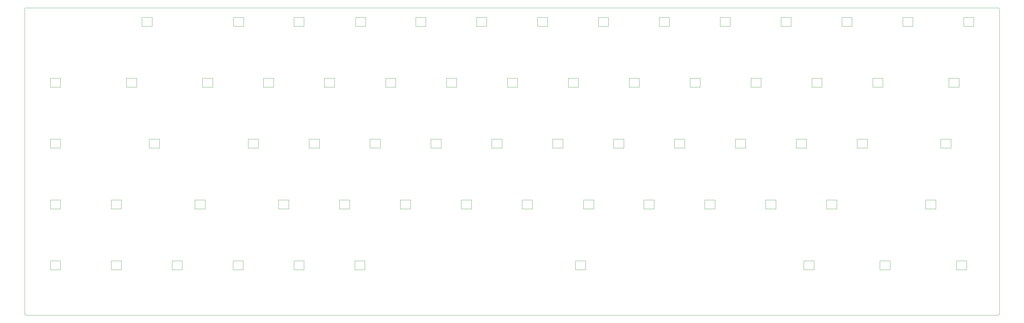
<source format=gbr>
%TF.GenerationSoftware,KiCad,Pcbnew,7.0.6*%
%TF.CreationDate,2024-03-18T14:57:41-04:00*%
%TF.ProjectId,Loadstar_70,4c6f6164-7374-4617-925f-37302e6b6963,rev?*%
%TF.SameCoordinates,Original*%
%TF.FileFunction,Profile,NP*%
%FSLAX46Y46*%
G04 Gerber Fmt 4.6, Leading zero omitted, Abs format (unit mm)*
G04 Created by KiCad (PCBNEW 7.0.6) date 2024-03-18 14:57:41*
%MOMM*%
%LPD*%
G01*
G04 APERTURE LIST*
%TA.AperFunction,Profile*%
%ADD10C,0.100000*%
%TD*%
%TA.AperFunction,Profile*%
%ADD11C,0.025400*%
%TD*%
G04 APERTURE END LIST*
D10*
X326360625Y-56965000D02*
X326360625Y-152165000D01*
X325860625Y-152665000D02*
X21860625Y-152665000D01*
X21860625Y-56465000D02*
X325860625Y-56465000D01*
X21360625Y-152165000D02*
X21360625Y-56965000D01*
X21860625Y-56465025D02*
G75*
G03*
X21360625Y-56965000I-25J-499975D01*
G01*
X325860625Y-152665025D02*
G75*
G03*
X326360625Y-152165000I-25J500025D01*
G01*
X326360600Y-56965000D02*
G75*
G03*
X325860625Y-56465000I-500000J0D01*
G01*
X21360600Y-152165000D02*
G75*
G03*
X21860625Y-152665000I500000J0D01*
G01*
D11*
%TO.C,LED25*%
X134292975Y-78501875D02*
X134292975Y-81295875D01*
X134292975Y-78501875D02*
X137493375Y-78501875D01*
X134292975Y-81295875D02*
X137493375Y-81295875D01*
X137493375Y-81295875D02*
X137493375Y-78501875D01*
%TO.C,LED54*%
X119884825Y-116601875D02*
X119884825Y-119395875D01*
X119884825Y-116601875D02*
X123085225Y-116601875D01*
X119884825Y-119395875D02*
X123085225Y-119395875D01*
X123085225Y-119395875D02*
X123085225Y-116601875D01*
%TO.C,LED40*%
X129409825Y-97551875D02*
X129409825Y-100345875D01*
X129409825Y-97551875D02*
X132610225Y-97551875D01*
X129409825Y-100345875D02*
X132610225Y-100345875D01*
X132610225Y-100345875D02*
X132610225Y-97551875D01*
%TO.C,LED18*%
X267642975Y-78501875D02*
X267642975Y-81295875D01*
X267642975Y-78501875D02*
X270843375Y-78501875D01*
X267642975Y-81295875D02*
X270843375Y-81295875D01*
X270843375Y-81295875D02*
X270843375Y-78501875D01*
%TO.C,LED8*%
X181797325Y-59451875D02*
X181797325Y-62245875D01*
X181797325Y-59451875D02*
X184997725Y-59451875D01*
X181797325Y-62245875D02*
X184997725Y-62245875D01*
X184997725Y-62245875D02*
X184997725Y-59451875D01*
%TO.C,LED11*%
X124901325Y-59451875D02*
X124901325Y-62245875D01*
X124901325Y-59451875D02*
X128101725Y-59451875D01*
X124901325Y-62245875D02*
X128101725Y-62245875D01*
X128101725Y-62245875D02*
X128101725Y-59451875D01*
%TO.C,LED30*%
X29397325Y-78501875D02*
X29397325Y-81295875D01*
X29397325Y-78501875D02*
X32597725Y-78501875D01*
X29397325Y-81295875D02*
X32597725Y-81295875D01*
X32597725Y-81295875D02*
X32597725Y-78501875D01*
%TO.C,LED42*%
X91309825Y-97551875D02*
X91309825Y-100345875D01*
X91309825Y-97551875D02*
X94510225Y-97551875D01*
X91309825Y-100345875D02*
X94510225Y-100345875D01*
X94510225Y-100345875D02*
X94510225Y-97551875D01*
%TO.C,LED17*%
X286692975Y-78501875D02*
X286692975Y-81295875D01*
X286692975Y-78501875D02*
X289893375Y-78501875D01*
X286692975Y-81295875D02*
X289893375Y-81295875D01*
X289893375Y-81295875D02*
X289893375Y-78501875D01*
%TO.C,LED65*%
X86547325Y-135651875D02*
X86547325Y-138445875D01*
X86547325Y-135651875D02*
X89747725Y-135651875D01*
X86547325Y-138445875D02*
X89747725Y-138445875D01*
X89747725Y-138445875D02*
X89747725Y-135651875D01*
%TO.C,LED56*%
X74641075Y-116601875D02*
X74641075Y-119395875D01*
X74641075Y-116601875D02*
X77841475Y-116601875D01*
X74641075Y-119395875D02*
X77841475Y-119395875D01*
X77841475Y-119395875D02*
X77841475Y-116601875D01*
%TO.C,LED23*%
X172392975Y-78501875D02*
X172392975Y-81295875D01*
X172392975Y-78501875D02*
X175593375Y-78501875D01*
X172392975Y-81295875D02*
X175593375Y-81295875D01*
X175593375Y-81295875D02*
X175593375Y-78501875D01*
%TO.C,LED28*%
X77022325Y-78501875D02*
X77022325Y-81295875D01*
X77022325Y-78501875D02*
X80222725Y-78501875D01*
X77022325Y-81295875D02*
X80222725Y-81295875D01*
X80222725Y-81295875D02*
X80222725Y-78501875D01*
%TO.C,LED60*%
X288953575Y-135651875D02*
X288953575Y-138445875D01*
X288953575Y-135651875D02*
X292153975Y-135651875D01*
X288953575Y-138445875D02*
X292153975Y-138445875D01*
X292153975Y-138445875D02*
X292153975Y-135651875D01*
%TO.C,LED2*%
X296097325Y-59451875D02*
X296097325Y-62245875D01*
X296097325Y-59451875D02*
X299297725Y-59451875D01*
X296097325Y-62245875D02*
X299297725Y-62245875D01*
X299297725Y-62245875D02*
X299297725Y-59451875D01*
%TO.C,LED37*%
X186559825Y-97551875D02*
X186559825Y-100345875D01*
X186559825Y-97551875D02*
X189760225Y-97551875D01*
X186559825Y-100345875D02*
X189760225Y-100345875D01*
X189760225Y-100345875D02*
X189760225Y-97551875D01*
%TO.C,LED38*%
X167509825Y-97551875D02*
X167509825Y-100345875D01*
X167509825Y-97551875D02*
X170710225Y-97551875D01*
X167509825Y-100345875D02*
X170710225Y-100345875D01*
X170710225Y-100345875D02*
X170710225Y-97551875D01*
%TO.C,LED27*%
X96072325Y-78501875D02*
X96072325Y-81295875D01*
X96072325Y-78501875D02*
X99272725Y-78501875D01*
X96072325Y-81295875D02*
X99272725Y-81295875D01*
X99272725Y-81295875D02*
X99272725Y-78501875D01*
%TO.C,LED57*%
X48447325Y-116601875D02*
X48447325Y-119395875D01*
X48447325Y-116601875D02*
X51647725Y-116601875D01*
X48447325Y-119395875D02*
X51647725Y-119395875D01*
X51647725Y-119395875D02*
X51647725Y-116601875D01*
%TO.C,LED59*%
X312886725Y-135651875D02*
X312886725Y-138445875D01*
X312886725Y-135651875D02*
X316087125Y-135651875D01*
X312886725Y-138445875D02*
X316087125Y-138445875D01*
X316087125Y-138445875D02*
X316087125Y-135651875D01*
%TO.C,LED16*%
X310505475Y-78501875D02*
X310505475Y-81295875D01*
X310505475Y-78501875D02*
X313705875Y-78501875D01*
X310505475Y-81295875D02*
X313705875Y-81295875D01*
X313705875Y-81295875D02*
X313705875Y-78501875D01*
%TO.C,LED46*%
X272284825Y-116601875D02*
X272284825Y-119395875D01*
X272284825Y-116601875D02*
X275485225Y-116601875D01*
X272284825Y-119395875D02*
X275485225Y-119395875D01*
X275485225Y-119395875D02*
X275485225Y-116601875D01*
%TO.C,LED64*%
X105597325Y-135651875D02*
X105597325Y-138445875D01*
X105597325Y-135651875D02*
X108797725Y-135651875D01*
X105597325Y-138445875D02*
X108797725Y-138445875D01*
X108797725Y-138445875D02*
X108797725Y-135651875D01*
%TO.C,LED52*%
X157984825Y-116601875D02*
X157984825Y-119395875D01*
X157984825Y-116601875D02*
X161185225Y-116601875D01*
X157984825Y-119395875D02*
X161185225Y-119395875D01*
X161185225Y-119395875D02*
X161185225Y-116601875D01*
%TO.C,LED31*%
X308003575Y-97551875D02*
X308003575Y-100345875D01*
X308003575Y-97551875D02*
X311203975Y-97551875D01*
X308003575Y-100345875D02*
X311203975Y-100345875D01*
X311203975Y-100345875D02*
X311203975Y-97551875D01*
%TO.C,LED21*%
X210492975Y-78501875D02*
X210492975Y-81295875D01*
X210492975Y-78501875D02*
X213693375Y-78501875D01*
X210492975Y-81295875D02*
X213693375Y-81295875D01*
X213693375Y-81295875D02*
X213693375Y-78501875D01*
%TO.C,LED5*%
X238947325Y-59451875D02*
X238947325Y-62245875D01*
X238947325Y-59451875D02*
X242147725Y-59451875D01*
X238947325Y-62245875D02*
X242147725Y-62245875D01*
X242147725Y-62245875D02*
X242147725Y-59451875D01*
%TO.C,LED24*%
X153342975Y-78501875D02*
X153342975Y-81295875D01*
X153342975Y-78501875D02*
X156543375Y-78501875D01*
X153342975Y-81295875D02*
X156543375Y-81295875D01*
X156543375Y-81295875D02*
X156543375Y-78501875D01*
%TO.C,LED35*%
X224659825Y-97551875D02*
X224659825Y-100345875D01*
X224659825Y-97551875D02*
X227860225Y-97551875D01*
X224659825Y-100345875D02*
X227860225Y-100345875D01*
X227860225Y-100345875D02*
X227860225Y-97551875D01*
%TO.C,LED44*%
X29397325Y-97551875D02*
X29397325Y-100345875D01*
X29397325Y-97551875D02*
X32597725Y-97551875D01*
X29397325Y-100345875D02*
X32597725Y-100345875D01*
X32597725Y-100345875D02*
X32597725Y-97551875D01*
%TO.C,LED68*%
X29397325Y-135651875D02*
X29397325Y-138445875D01*
X29397325Y-135651875D02*
X32597725Y-135651875D01*
X29397325Y-138445875D02*
X32597725Y-138445875D01*
X32597725Y-138445875D02*
X32597725Y-135651875D01*
%TO.C,LED43*%
X60353575Y-97551875D02*
X60353575Y-100345875D01*
X60353575Y-97551875D02*
X63553975Y-97551875D01*
X60353575Y-100345875D02*
X63553975Y-100345875D01*
X63553975Y-100345875D02*
X63553975Y-97551875D01*
%TO.C,LED7*%
X200847325Y-59451875D02*
X200847325Y-62245875D01*
X200847325Y-59451875D02*
X204047725Y-59451875D01*
X200847325Y-62245875D02*
X204047725Y-62245875D01*
X204047725Y-62245875D02*
X204047725Y-59451875D01*
%TO.C,LED41*%
X110359825Y-97551875D02*
X110359825Y-100345875D01*
X110359825Y-97551875D02*
X113560225Y-97551875D01*
X110359825Y-100345875D02*
X113560225Y-100345875D01*
X113560225Y-100345875D02*
X113560225Y-97551875D01*
%TO.C,LED48*%
X234184825Y-116601875D02*
X234184825Y-119395875D01*
X234184825Y-116601875D02*
X237385225Y-116601875D01*
X234184825Y-119395875D02*
X237385225Y-119395875D01*
X237385225Y-119395875D02*
X237385225Y-116601875D01*
%TO.C,LED66*%
X67497325Y-135651875D02*
X67497325Y-138445875D01*
X67497325Y-135651875D02*
X70697725Y-135651875D01*
X67497325Y-138445875D02*
X70697725Y-138445875D01*
X70697725Y-138445875D02*
X70697725Y-135651875D01*
%TO.C,LED14*%
X58061225Y-59451875D02*
X58061225Y-62245875D01*
X58061225Y-59451875D02*
X61261625Y-59451875D01*
X58061225Y-62245875D02*
X61261625Y-62245875D01*
X61261625Y-62245875D02*
X61261625Y-59451875D01*
%TO.C,LED3*%
X277047325Y-59451875D02*
X277047325Y-62245875D01*
X277047325Y-59451875D02*
X280247725Y-59451875D01*
X277047325Y-62245875D02*
X280247725Y-62245875D01*
X280247725Y-62245875D02*
X280247725Y-59451875D01*
%TO.C,LED67*%
X48447325Y-135651875D02*
X48447325Y-138445875D01*
X48447325Y-135651875D02*
X51647725Y-135651875D01*
X48447325Y-138445875D02*
X51647725Y-138445875D01*
X51647725Y-138445875D02*
X51647725Y-135651875D01*
%TO.C,LED39*%
X148459825Y-97551875D02*
X148459825Y-100345875D01*
X148459825Y-97551875D02*
X151660225Y-97551875D01*
X148459825Y-100345875D02*
X151660225Y-100345875D01*
X151660225Y-100345875D02*
X151660225Y-97551875D01*
%TO.C,LED1*%
X315147325Y-59451875D02*
X315147325Y-62245875D01*
X315147325Y-59451875D02*
X318347725Y-59451875D01*
X315147325Y-62245875D02*
X318347725Y-62245875D01*
X318347725Y-62245875D02*
X318347725Y-59451875D01*
%TO.C,LED47*%
X253234825Y-116601875D02*
X253234825Y-119395875D01*
X253234825Y-116601875D02*
X256435225Y-116601875D01*
X253234825Y-119395875D02*
X256435225Y-119395875D01*
X256435225Y-119395875D02*
X256435225Y-116601875D01*
%TO.C,LED50*%
X196205475Y-116601875D02*
X196205475Y-119395875D01*
X196205475Y-116601875D02*
X199405875Y-116601875D01*
X196205475Y-119395875D02*
X199405875Y-119395875D01*
X199405875Y-119395875D02*
X199405875Y-116601875D01*
%TO.C,LED45*%
X303241075Y-116601875D02*
X303241075Y-119395875D01*
X303241075Y-116601875D02*
X306441475Y-116601875D01*
X303241075Y-119395875D02*
X306441475Y-119395875D01*
X306441475Y-119395875D02*
X306441475Y-116601875D01*
%TO.C,LED20*%
X229542975Y-78501875D02*
X229542975Y-81295875D01*
X229542975Y-78501875D02*
X232743375Y-78501875D01*
X229542975Y-81295875D02*
X232743375Y-81295875D01*
X232743375Y-81295875D02*
X232743375Y-78501875D01*
%TO.C,LED63*%
X124647325Y-135651875D02*
X124647325Y-138445875D01*
X124647325Y-135651875D02*
X127847725Y-135651875D01*
X124647325Y-138445875D02*
X127847725Y-138445875D01*
X127847725Y-138445875D02*
X127847725Y-135651875D01*
%TO.C,LED4*%
X257997325Y-59451875D02*
X257997325Y-62245875D01*
X257997325Y-59451875D02*
X261197725Y-59451875D01*
X257997325Y-62245875D02*
X261197725Y-62245875D01*
X261197725Y-62245875D02*
X261197725Y-59451875D01*
%TO.C,LED49*%
X215134825Y-116601875D02*
X215134825Y-119395875D01*
X215134825Y-116601875D02*
X218335225Y-116601875D01*
X215134825Y-119395875D02*
X218335225Y-119395875D01*
X218335225Y-119395875D02*
X218335225Y-116601875D01*
%TO.C,LED26*%
X115122325Y-78501875D02*
X115122325Y-81295875D01*
X115122325Y-78501875D02*
X118322725Y-78501875D01*
X115122325Y-81295875D02*
X118322725Y-81295875D01*
X118322725Y-81295875D02*
X118322725Y-78501875D01*
%TO.C,LED55*%
X100834825Y-116601875D02*
X100834825Y-119395875D01*
X100834825Y-116601875D02*
X104035225Y-116601875D01*
X100834825Y-119395875D02*
X104035225Y-119395875D01*
X104035225Y-119395875D02*
X104035225Y-116601875D01*
%TO.C,LED10*%
X143697325Y-59451875D02*
X143697325Y-62245875D01*
X143697325Y-59451875D02*
X146897725Y-59451875D01*
X143697325Y-62245875D02*
X146897725Y-62245875D01*
X146897725Y-62245875D02*
X146897725Y-59451875D01*
%TO.C,LED62*%
X193703575Y-135651875D02*
X193703575Y-138445875D01*
X193703575Y-135651875D02*
X196903975Y-135651875D01*
X193703575Y-138445875D02*
X196903975Y-138445875D01*
X196903975Y-138445875D02*
X196903975Y-135651875D01*
%TO.C,LED6*%
X219897325Y-59451875D02*
X219897325Y-62245875D01*
X219897325Y-59451875D02*
X223097725Y-59451875D01*
X219897325Y-62245875D02*
X223097725Y-62245875D01*
X223097725Y-62245875D02*
X223097725Y-59451875D01*
%TO.C,LED13*%
X86642575Y-59451875D02*
X86642575Y-62245875D01*
X86642575Y-59451875D02*
X89842975Y-59451875D01*
X86642575Y-62245875D02*
X89842975Y-62245875D01*
X89842975Y-62245875D02*
X89842975Y-59451875D01*
%TO.C,LED29*%
X53209825Y-78501875D02*
X53209825Y-81295875D01*
X53209825Y-78501875D02*
X56410225Y-78501875D01*
X53209825Y-81295875D02*
X56410225Y-81295875D01*
X56410225Y-81295875D02*
X56410225Y-78501875D01*
%TO.C,LED12*%
X105597325Y-59451875D02*
X105597325Y-62245875D01*
X105597325Y-59451875D02*
X108797725Y-59451875D01*
X105597325Y-62245875D02*
X108797725Y-62245875D01*
X108797725Y-62245875D02*
X108797725Y-59451875D01*
%TO.C,LED9*%
X162747325Y-59451875D02*
X162747325Y-62245875D01*
X162747325Y-59451875D02*
X165947725Y-59451875D01*
X162747325Y-62245875D02*
X165947725Y-62245875D01*
X165947725Y-62245875D02*
X165947725Y-59451875D01*
%TO.C,LED61*%
X265141075Y-135651875D02*
X265141075Y-138445875D01*
X265141075Y-135651875D02*
X268341475Y-135651875D01*
X265141075Y-138445875D02*
X268341475Y-138445875D01*
X268341475Y-138445875D02*
X268341475Y-135651875D01*
%TO.C,LED51*%
X177034825Y-116601875D02*
X177034825Y-119395875D01*
X177034825Y-116601875D02*
X180235225Y-116601875D01*
X177034825Y-119395875D02*
X180235225Y-119395875D01*
X180235225Y-119395875D02*
X180235225Y-116601875D01*
%TO.C,LED58*%
X29397325Y-116601875D02*
X29397325Y-119395875D01*
X29397325Y-116601875D02*
X32597725Y-116601875D01*
X29397325Y-119395875D02*
X32597725Y-119395875D01*
X32597725Y-119395875D02*
X32597725Y-116601875D01*
%TO.C,LED53*%
X138934825Y-116601875D02*
X138934825Y-119395875D01*
X138934825Y-116601875D02*
X142135225Y-116601875D01*
X138934825Y-119395875D02*
X142135225Y-119395875D01*
X142135225Y-119395875D02*
X142135225Y-116601875D01*
%TO.C,LED36*%
X205609825Y-97551875D02*
X205609825Y-100345875D01*
X205609825Y-97551875D02*
X208810225Y-97551875D01*
X205609825Y-100345875D02*
X208810225Y-100345875D01*
X208810225Y-100345875D02*
X208810225Y-97551875D01*
%TO.C,LED32*%
X281809825Y-97551875D02*
X281809825Y-100345875D01*
X281809825Y-97551875D02*
X285010225Y-97551875D01*
X281809825Y-100345875D02*
X285010225Y-100345875D01*
X285010225Y-100345875D02*
X285010225Y-97551875D01*
%TO.C,LED19*%
X248592975Y-78501875D02*
X248592975Y-81295875D01*
X248592975Y-78501875D02*
X251793375Y-78501875D01*
X248592975Y-81295875D02*
X251793375Y-81295875D01*
X251793375Y-81295875D02*
X251793375Y-78501875D01*
%TO.C,LED34*%
X243709825Y-97551875D02*
X243709825Y-100345875D01*
X243709825Y-97551875D02*
X246910225Y-97551875D01*
X243709825Y-100345875D02*
X246910225Y-100345875D01*
X246910225Y-100345875D02*
X246910225Y-97551875D01*
%TO.C,LED33*%
X262759825Y-97551875D02*
X262759825Y-100345875D01*
X262759825Y-97551875D02*
X265960225Y-97551875D01*
X262759825Y-100345875D02*
X265960225Y-100345875D01*
X265960225Y-100345875D02*
X265960225Y-97551875D01*
%TO.C,LED22*%
X191442975Y-78501875D02*
X191442975Y-81295875D01*
X191442975Y-78501875D02*
X194643375Y-78501875D01*
X191442975Y-81295875D02*
X194643375Y-81295875D01*
X194643375Y-81295875D02*
X194643375Y-78501875D01*
%TD*%
M02*

</source>
